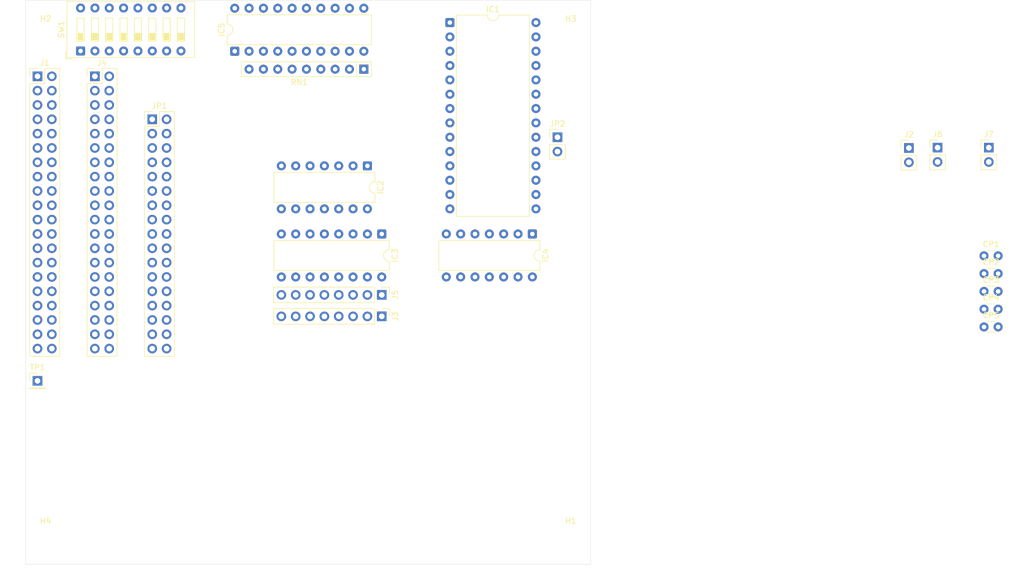
<source format=kicad_pcb>
(kicad_pcb (version 20241229) (generator "pcbnew") (generator_version "9.0")
  (layers (0 "F.Cu" signal) (2 "B.Cu" signal) (13 "F.Paste" user) (15 "B.Paste" user) (5 "F.SilkS" user "F.Silkscreen") (7 "B.SilkS" user "B.Silkscreen") (1 "F.Mask" user) (3 "B.Mask" user) (25 "Edge.Cuts" user))
  (net 0 "")
  (net 1 "VCC")
  (net 2 "GND")
  (net 3 "/D0")
  (net 4 "/A13")
  (net 5 "Net-(IC1-~{CS})")
  (net 6 "/~{RD}")
  (net 7 "/D4")
  (net 8 "/D6")
  (net 9 "/A5")
  (net 10 "/A10")
  (net 11 "/D5")
  (net 12 "/A1")
  (net 13 "/~{WR}")
  (net 14 "/A2")
  (net 15 "/D3")
  (net 16 "/A9")
  (net 17 "/D2")
  (net 18 "/A11")
  (net 19 "/D7")
  (net 20 "/A8")
  (net 21 "/A14")
  (net 22 "/D1")
  (net 23 "/A4")
  (net 24 "/A3")
  (net 25 "/A0")
  (net 26 "/A7")
  (net 27 "/A6")
  (net 28 "/A12")
  (net 29 "/A15")
  (net 30 "Net-(IC3-~{E1})")
  (net 31 "Net-(IC3-~{Y6})")
  (net 32 "Net-(IC3-~{Y2})")
  (net 33 "Net-(IC3-~{Y4})")
  (net 34 "Net-(IC3-~{Y5})")
  (net 35 "/~{IO_S0}")
  (net 36 "Net-(IC3-~{Y7})")
  (net 37 "Net-(IC3-~{Y3})")
  (net 38 "/~{IO_S1}")
  (net 39 "Net-(J6-Pin_1)")
  (net 40 "Net-(J2-Pin_1)")
  (net 41 "Net-(IC5-G2)")
  (net 42 "Net-(J7-Pin_1)")
  (net 43 "Net-(IC5-A2)")
  (net 44 "Net-(IC5-A0)")
  (net 45 "Net-(IC5-A3)")
  (net 46 "Net-(IC5-A7)")
  (net 47 "Net-(IC5-A4)")
  (net 48 "Net-(IC5-A5)")
  (net 49 "Net-(IC5-A6)")
  (net 50 "Net-(IC5-A1)")
  (net 51 "/AD13")
  (net 52 "/AD0")
  (net 53 "/AD10")
  (net 54 "/AD5")
  (net 55 "/AD15")
  (net 56 "/~{IRQ}")
  (net 57 "/AD11")
  (net 58 "/AD4")
  (net 59 "/AD14")
  (net 60 "/AD8")
  (net 61 "/AD12")
  (net 62 "/AD2")
  (net 63 "/AD7")
  (net 64 "/AD1")
  (net 65 "~{RESET}")
  (net 66 "CLK2")
  (net 67 "/AD9")
  (net 68 "/AD6")
  (net 69 "/AD3")
  (footprint "Connector_PinHeader_2.54mm:PinHeader_2x17_P2.54mm_Vertical" (layer "F.Cu") (at 72.39 71.12)
    (property "Reference" "JP1" (at 1.27 -2.38 0) (layer "F.SilkS"))
    (property "Value" "Conn_02x17_Counter_Clockwise")
    (fp_line (start -1.38 -1.38) (end 0 -1.38) (stroke (width 0.12)) (layer "F.SilkS"))
    (fp_line (start -1.38 0) (end -1.38 -1.38) (stroke (width 0.12)) (layer "F.SilkS"))
    (fp_line (start -1.38 1.27) (end -1.38 42.02) (stroke (width 0.12)) (layer "F.SilkS"))
    (fp_line (start -1.38 1.27) (end 1.27 1.27) (stroke (width 0.12)) (layer "F.SilkS"))
    (fp_line (start -1.38 42.02) (end 3.92 42.02) (stroke (width 0.12)) (layer "F.SilkS"))
    (fp_line (start 1.27 -1.38) (end 3.92 -1.38) (stroke (width 0.12)) (layer "F.SilkS"))
    (fp_line (start 1.27 1.27) (end 1.27 -1.38) (stroke (width 0.12)) (layer "F.SilkS"))
    (fp_line (start 3.92 -1.38) (end 3.92 42.02) (stroke (width 0.12)) (layer "F.SilkS"))
    (pad "1" thru_hole rect (at 0 0) (size 1.7 1.7) (drill 1) (layers "*.Cu" "*.Mask") (net 52 "/AD0"))
    (pad "2" thru_hole circle (at 2.54 0) (size 1.7 1.7) (drill 1) (layers "*.Cu" "*.Mask") (net 25 "/A0"))
    (pad "3" thru_hole circle (at 0 2.54) (size 1.7 1.7) (drill 1) (layers "*.Cu" "*.Mask") (net 64 "/AD1"))
    (pad "4" thru_hole circle (at 2.54 2.54) (size 1.7 1.7) (drill 1) (layers "*.Cu" "*.Mask") (net 12 "/A1"))
    (pad "5" thru_hole circle (at 0 5.08) (size 1.7 1.7) (drill 1) (layers "*.Cu" "*.Mask") (net 62 "/AD2"))
    (pad "6" thru_hole circle (at 2.54 5.08) (size 1.7 1.7) (drill 1) (layers "*.Cu" "*.Mask") (net 14 "/A2"))
    (pad "7" thru_hole circle (at 0 7.62) (size 1.7 1.7) (drill 1) (layers "*.Cu" "*.Mask") (net 69 "/AD3"))
    (pad "8" thru_hole circle (at 2.54 7.62) (size 1.7 1.7) (drill 1) (layers "*.Cu" "*.Mask") (net 24 "/A3"))
    (pad "9" thru_hole circle (at 0 10.16) (size 1.7 1.7) (drill 1) (layers "*.Cu" "*.Mask") (net 2 "GND"))
    (pad "10" thru_hole circle (at 2.54 10.16) (size 1.7 1.7) (drill 1) (layers "*.Cu" "*.Mask") (net 1 "VCC"))
    (pad "11" thru_hole circle (at 0 12.7) (size 1.7 1.7) (drill 1) (layers "*.Cu" "*.Mask") (net 58 "/AD4"))
    (pad "12" thru_hole circle (at 2.54 12.7) (size 1.7 1.7) (drill 1) (layers "*.Cu" "*.Mask") (net 23 "/A4"))
    (pad "13" thru_hole circle (at 0 15.24) (size 1.7 1.7) (drill 1) (layers "*.Cu" "*.Mask") (net 54 "/AD5"))
    (pad "14" thru_hole circle (at 2.54 15.24) (size 1.7 1.7) (drill 1) (layers "*.Cu" "*.Mask") (net 9 "/A5"))
    (pad "15" thru_hole circle (at 0 17.78) (size 1.7 1.7) (drill 1) (layers "*.Cu" "*.Mask") (net 68 "/AD6"))
    (pad "16" thru_hole circle (at 2.54 17.78) (size 1.7 1.7) (drill 1) (layers "*.Cu" "*.Mask") (net 27 "/A6"))
    (pad "17" thru_hole circle (at 0 20.32) (size 1.7 1.7) (drill 1) (layers "*.Cu" "*.Mask") (net 63 "/AD7"))
    (pad "18" thru_hole circle (at 2.54 20.32) (size 1.7 1.7) (drill 1) (layers "*.Cu" "*.Mask") (net 26 "/A7"))
    (pad "19" thru_hole circle (at 0 22.86) (size 1.7 1.7) (drill 1) (layers "*.Cu" "*.Mask") (net 60 "/AD8"))
    (pad "20" thru_hole circle (at 2.54 22.86) (size 1.7 1.7) (drill 1) (layers "*.Cu" "*.Mask") (net 20 "/A8"))
    (pad "21" thru_hole circle (at 0 25.4) (size 1.7 1.7) (drill 1) (layers "*.Cu" "*.Mask") (net 67 "/AD9"))
    (pad "22" thru_hole circle (at 2.54 25.4) (size 1.7 1.7) (drill 1) (layers "*.Cu" "*.Mask") (net 16 "/A9"))
    (pad "23" thru_hole circle (at 0 27.94) (size 1.7 1.7) (drill 1) (layers "*.Cu" "*.Mask") (net 53 "/AD10"))
    (pad "24" thru_hole circle (at 2.54 27.94) (size 1.7 1.7) (drill 1) (layers "*.Cu" "*.Mask") (net 10 "/A10"))
    (pad "25" thru_hole circle (at 0 30.48) (size 1.7 1.7) (drill 1) (layers "*.Cu" "*.Mask") (net 57 "/AD11"))
    (pad "26" thru_hole circle (at 2.54 30.48) (size 1.7 1.7) (drill 1) (layers "*.Cu" "*.Mask") (net 18 "/A11"))
    (pad "27" thru_hole circle (at 0 33.02) (size 1.7 1.7) (drill 1) (layers "*.Cu" "*.Mask") (net 61 "/AD12"))
    (pad "28" thru_hole circle (at 2.54 33.02) (size 1.7 1.7) (drill 1) (layers "*.Cu" "*.Mask") (net 28 "/A12"))
    (pad "29" thru_hole circle (at 0 35.56) (size 1.7 1.7) (drill 1) (layers "*.Cu" "*.Mask") (net 51 "/AD13"))
    (pad "30" thru_hole circle (at 2.54 35.56) (size 1.7 1.7) (drill 1) (layers "*.Cu" "*.Mask") (net 4 "/A13"))
    (pad "31" thru_hole circle (at 0 38.1) (size 1.7 1.7) (drill 1) (layers "*.Cu" "*.Mask") (net 59 "/AD14"))
    (pad "32" thru_hole circle (at 2.54 38.1) (size 1.7 1.7) (drill 1) (layers "*.Cu" "*.Mask") (net 21 "/A14"))
    (pad "33" thru_hole circle (at 0 40.64) (size 1.7 1.7) (drill 1) (layers "*.Cu" "*.Mask") (net 55 "/AD15"))
    (pad "34" thru_hole circle (at 2.54 40.64) (size 1.7 1.7) (drill 1) (layers "*.Cu" "*.Mask") (net 29 "/A15"))
  )
  (footprint "Capacitor_THT:C_Disc_D3.0mm_W1.6mm_P2.50mm" (layer "F.Cu") (at 219.68 95.32)
    (property "Reference" "CP1" (at 1.25 -2.05 0) (layer "F.SilkS"))
    (property "Value" "0.1u")
    (fp_line (start 0.485 -0.92) (end 2.015 -0.92) (stroke (width 0.12)) (layer "F.SilkS"))
    (fp_line (start 0.485 0.92) (end 2.015 0.92) (stroke (width 0.12)) (layer "F.SilkS"))
    (pad "1" thru_hole circle (at 0 0) (size 1.6 1.6) (drill 0.8) (layers "*.Cu" "*.Mask") (net 1 "VCC"))
    (pad "2" thru_hole circle (at 2.5 0) (size 1.6 1.6) (drill 0.8) (layers "*.Cu" "*.Mask") (net 2 "GND"))
  )
  (footprint "MountingHole:MountingHole_3.2mm_M3" (layer "F.Cu") (at 53.5 57.5)
    (property "Reference" "H2" (at 0 -4.2 0) (layer "F.SilkS"))
    (property "Value" "MountingHole")
    (pad "" np_thru_hole circle (at 0 0) (size 3.2 3.2) (drill 3.2) (layers "*.Cu" "*.Mask"))
  )
  (footprint "MountingHole:MountingHole_3.2mm_M3" (layer "F.Cu") (at 146.5 57.5)
    (property "Reference" "H3" (at 0 -4.2 0) (layer "F.SilkS"))
    (property "Value" "MountingHole")
    (pad "" np_thru_hole circle (at 0 0) (size 3.2 3.2) (drill 3.2) (layers "*.Cu" "*.Mask"))
  )
  (footprint "Capacitor_THT:C_Disc_D3.0mm_W1.6mm_P2.50mm" (layer "F.Cu") (at 219.68 98.47)
    (property "Reference" "CP2" (at 1.25 -2.05 0) (layer "F.SilkS"))
    (property "Value" "0.1u")
    (fp_line (start 0.485 -0.92) (end 2.015 -0.92) (stroke (width 0.12)) (layer "F.SilkS"))
    (fp_line (start 0.485 0.92) (end 2.015 0.92) (stroke (width 0.12)) (layer "F.SilkS"))
    (pad "1" thru_hole circle (at 0 0) (size 1.6 1.6) (drill 0.8) (layers "*.Cu" "*.Mask") (net 1 "VCC"))
    (pad "2" thru_hole circle (at 2.5 0) (size 1.6 1.6) (drill 0.8) (layers "*.Cu" "*.Mask") (net 2 "GND"))
  )
  (footprint "Connector_PinHeader_2.54mm:PinHeader_1x02_P2.54mm_Vertical" (layer "F.Cu") (at 220.53 76.14)
    (property "Reference" "J7" (at 0 -2.38 0) (layer "F.SilkS"))
    (property "Value" "Conn_01x02_Pin")
    (fp_line (start -1.38 -1.38) (end 0 -1.38) (stroke (width 0.12)) (layer "F.SilkS"))
    (fp_line (start -1.38 0) (end -1.38 -1.38) (stroke (width 0.12)) (layer "F.SilkS"))
    (fp_line (start -1.38 1.27) (end -1.38 3.92) (stroke (width 0.12)) (layer "F.SilkS"))
    (fp_line (start -1.38 1.27) (end 1.38 1.27) (stroke (width 0.12)) (layer "F.SilkS"))
    (fp_line (start -1.38 3.92) (end 1.38 3.92) (stroke (width 0.12)) (layer "F.SilkS"))
    (fp_line (start 1.38 1.27) (end 1.38 3.92) (stroke (width 0.12)) (layer "F.SilkS"))
    (pad "1" thru_hole rect (at 0 0) (size 1.7 1.7) (drill 1) (layers "*.Cu" "*.Mask") (net 42 "Net-(J7-Pin_1)"))
    (pad "2" thru_hole circle (at 0 2.54) (size 1.7 1.7) (drill 1) (layers "*.Cu" "*.Mask") (net 42 "Net-(J7-Pin_1)"))
  )
  (footprint "Package_DIP:DIP-14_W7.62mm" (layer "F.Cu") (at 110.49 79.375 -90)
    (property "Reference" "IC2" (at 3.81 -2.33 90) (layer "F.SilkS"))
    (property "Value" "74HC30")
    (fp_line (start 1.16 16.57) (end 6.46 16.57) (stroke (width 0.12)) (layer "F.SilkS"))
    (fp_line (start 6.46 16.57) (end 6.46 -1.33) (stroke (width 0.12)) (layer "F.SilkS"))
    (fp_line (start 1.16 -1.33) (end 1.16 16.57) (stroke (width 0.12)) (layer "F.SilkS"))
    (fp_line (start 2.81 -1.33) (end 1.16 -1.33) (stroke (width 0.12)) (layer "F.SilkS"))
    (fp_line (start 6.46 -1.33) (end 4.81 -1.33) (stroke (width 0.12)) (layer "F.SilkS"))
    (fp_arc (start 4.81 -1.33) (mid 3.81 -0.33) (end 2.81 -1.33) (stroke (width 0.12)) (layer "F.SilkS"))
    (pad "1" thru_hole roundrect (at 0 0 270) (size 1.6 1.6) (drill 0.8) (layers "*.Cu" "*.Mask") (roundrect_rratio 0.15625) (net 29 "/A15"))
    (pad "2" thru_hole circle (at 0 2.54 270) (size 1.6 1.6) (drill 0.8) (layers "*.Cu" "*.Mask") (net 21 "/A14"))
    (pad "3" thru_hole circle (at 0 5.08 270) (size 1.6 1.6) (drill 0.8) (layers "*.Cu" "*.Mask") (net 4 "/A13"))
    (pad "4" thru_hole circle (at 0 7.62 270) (size 1.6 1.6) (drill 0.8) (layers "*.Cu" "*.Mask") (net 28 "/A12"))
    (pad "5" thru_hole circle (at 0 10.16 270) (size 1.6 1.6) (drill 0.8) (layers "*.Cu" "*.Mask") (net 18 "/A11"))
    (pad "6" thru_hole circle (at 0 12.7 270) (size 1.6 1.6) (drill 0.8) (layers "*.Cu" "*.Mask") (net 10 "/A10"))
    (pad "7" thru_hole circle (at 0 15.24 270) (size 1.6 1.6) (drill 0.8) (layers "*.Cu" "*.Mask") (net 2 "GND"))
    (pad "8" thru_hole circle (at 7.62 15.24 270) (size 1.6 1.6) (drill 0.8) (layers "*.Cu" "*.Mask") (net 30 "Net-(IC3-~{E1})"))
    (pad "9" thru_hole circle (at 7.62 12.7 270) (size 1.6 1.6) (drill 0.8) (layers "*.Cu" "*.Mask"))
    (pad "10" thru_hole circle (at 7.62 10.16 270) (size 1.6 1.6) (drill 0.8) (layers "*.Cu" "*.Mask"))
    (pad "11" thru_hole circle (at 7.62 7.62 270) (size 1.6 1.6) (drill 0.8) (layers "*.Cu" "*.Mask") (net 16 "/A9"))
    (pad "12" thru_hole circle (at 7.62 5.08 270) (size 1.6 1.6) (drill 0.8) (layers "*.Cu" "*.Mask") (net 20 "/A8"))
    (pad "13" thru_hole circle (at 7.62 2.54 270) (size 1.6 1.6) (drill 0.8) (layers "*.Cu" "*.Mask"))
    (pad "14" thru_hole circle (at 7.62 0 270) (size 1.6 1.6) (drill 0.8) (layers "*.Cu" "*.Mask") (net 1 "VCC"))
  )
  (footprint "Connector_PinHeader_2.54mm:PinHeader_1x01_P2.54mm_Vertical" (layer "F.Cu") (at 52.07 117.475)
    (property "Reference" "TP1" (at 0 -2.38 0) (layer "F.SilkS"))
    (property "Value" "~{IRQ}")
    (fp_line (start -1.38 -1.38) (end 0 -1.38) (stroke (width 0.12)) (layer "F.SilkS"))
    (fp_line (start -1.38 0) (end -1.38 -1.38) (stroke (width 0.12)) (layer "F.SilkS"))
    (fp_line (start -1.38 1.27) (end -1.38 1.38) (stroke (width 0.12)) (layer "F.SilkS"))
    (fp_line (start -1.38 1.27) (end 1.38 1.27) (stroke (width 0.12)) (layer "F.SilkS"))
    (fp_line (start -1.38 1.38) (end 1.38 1.38) (stroke (width 0.12)) (layer "F.SilkS"))
    (fp_line (start 1.38 1.27) (end 1.38 1.38) (stroke (width 0.12)) (layer "F.SilkS"))
    (pad "1" thru_hole rect (at 0 0) (size 1.7 1.7) (drill 1) (layers "*.Cu" "*.Mask") (net 56 "/~{IRQ}"))
  )
  (footprint "Package_DIP:DIP-28_W15.24mm" (layer "F.Cu") (at 125.095 53.975)
    (property "Reference" "IC1" (at 7.62 -2.33 0) (layer "F.SilkS"))
    (property "Value" "HM62256BLP")
    (fp_line (start 1.16 -1.33) (end 1.16 34.35) (stroke (width 0.12)) (layer "F.SilkS"))
    (fp_line (start 1.16 34.35) (end 14.08 34.35) (stroke (width 0.12)) (layer "F.SilkS"))
    (fp_line (start 6.62 -1.33) (end 1.16 -1.33) (stroke (width 0.12)) (layer "F.SilkS"))
    (fp_line (start 14.08 -1.33) (end 8.62 -1.33) (stroke (width 0.12)) (layer "F.SilkS"))
    (fp_line (start 14.08 34.35) (end 14.08 -1.33) (stroke (width 0.12)) (layer "F.SilkS"))
    (fp_arc (start 8.62 -1.33) (mid 7.62 -0.33) (end 6.62 -1.33) (stroke (width 0.12)) (layer "F.SilkS"))
    (pad "1" thru_hole roundrect (at 0 0) (size 1.6 1.6) (drill 0.8) (layers "*.Cu" "*.Mask") (roundrect_rratio 0.15625) (net 21 "/A14"))
    (pad "2" thru_hole circle (at 0 2.54) (size 1.6 1.6) (drill 0.8) (layers "*.Cu" "*.Mask") (net 28 "/A12"))
    (pad "3" thru_hole circle (at 0 5.08) (size 1.6 1.6) (drill 0.8) (layers "*.Cu" "*.Mask") (net 26 "/A7"))
    (pad "4" thru_hole circle (at 0 7.62) (size 1.6 1.6) (drill 0.8) (layers "*.Cu" "*.Mask") (net 27 "/A6"))
    (pad "5" thru_hole circle (at 0 10.16) (size 1.6 1.6) (drill 0.8) (layers "*.Cu" "*.Mask") (net 9 "/A5"))
    (pad "6" thru_hole circle (at 0 12.7) (size 1.6 1.6) (drill 0.8) (layers "*.Cu" "*.Mask") (net 23 "/A4"))
    (pad "7" thru_hole circle (at 0 15.24) (size 1.6 1.6) (drill 0.8) (layers "*.Cu" "*.Mask") (net 24 "/A3"))
    (pad "8" thru_hole circle (at 0 17.78) (size 1.6 1.6) (drill 0.8) (layers "*.Cu" "*.Mask") (net 14 "/A2"))
    (pad "9" thru_hole circle (at 0 20.32) (size 1.6 1.6) (drill 0.8) (layers "*.Cu" "*.Mask") (net 12 "/A1"))
    (pad "10" thru_hole circle (at 0 22.86) (size 1.6 1.6) (drill 0.8) (layers "*.Cu" "*.Mask") (net 25 "/A0"))
    (pad "11" thru_hole circle (at 0 25.4) (size 1.6 1.6) (drill 0.8) (layers "*.Cu" "*.Mask") (net 3 "/D0"))
    (pad "12" thru_hole circle (at 0 27.94) (size 1.6 1.6) (drill 0.8) (layers "*.Cu" "*.Mask") (net 22 "/D1"))
    (pad "13" thru_hole circle (at 0 30.48) (size 1.6 1.6) (drill 0.8) (layers "*.Cu" "*.Mask") (net 17 "/D2"))
    (pad "14" thru_hole circle (at 0 33.02) (size 1.6 1.6) (drill 0.8) (layers "*.Cu" "*.Mask") (net 2 "GND"))
    (pad "15" thru_hole circle (at 15.24 33.02) (size 1.6 1.6) (drill 0.8) (layers "*.Cu" "*.Mask") (net 15 "/D3"))
    (pad "16" thru_hole circle (at 15.24 30.48) (size 1.6 1.6) (drill 0.8) (layers "*.Cu" "*.Mask") (net 7 "/D4"))
    (pad "17" thru_hole circle (at 15.24 27.94) (size 1.6 1.6) (drill 0.8) (layers "*.Cu" "*.Mask") (net 11 "/D5"))
    (pad "18" thru_hole circle (at 15.24 25.4) (size 1.6 1.6) (drill 0.8) (layers "*.Cu" "*.Mask") (net 8 "/D6"))
    (pad "19" thru_hole circle (at 15.24 22.86) (size 1.6 1.6) (drill 0.8) (layers "*.Cu" "*.Mask") (net 19 "/D7"))
    (pad "20" thru_hole circle (at 15.24 20.32) (size 1.6 1.6) (drill 0.8) (layers "*.Cu" "*.Mask") (net 5 "Net-(IC1-~{CS})"))
    (pad "21" thru_hole circle (at 15.24 17.78) (size 1.6 1.6) (drill 0.8) (layers "*.Cu" "*.Mask") (net 10 "/A10"))
    (pad "22" thru_hole circle (at 15.24 15.24) (size 1.6 1.6) (drill 0.8) (layers "*.Cu" "*.Mask") (net 6 "/~{RD}"))
    (pad "23" thru_hole circle (at 15.24 12.7) (size 1.6 1.6) (drill 0.8) (layers "*.Cu" "*.Mask") (net 18 "/A11"))
    (pad "24" thru_hole circle (at 15.24 10.16) (size 1.6 1.6) (drill 0.8) (layers "*.Cu" "*.Mask") (net 16 "/A9"))
    (pad "25" thru_hole circle (at 15.24 7.62) (size 1.6 1.6) (drill 0.8) (layers "*.Cu" "*.Mask") (net 20 "/A8"))
    (pad "26" thru_hole circle (at 15.24 5.08) (size 1.6 1.6) (drill 0.8) (layers "*.Cu" "*.Mask") (net 4 "/A13"))
    (pad "27" thru_hole circle (at 15.24 2.54) (size 1.6 1.6) (drill 0.8) (layers "*.Cu" "*.Mask") (net 13 "/~{WR}"))
    (pad "28" thru_hole circle (at 15.24 0) (size 1.6 1.6) (drill 0.8) (layers "*.Cu" "*.Mask") (net 1 "VCC"))
  )
  (footprint "Package_DIP:DIP-20_W7.62mm" (layer "F.Cu") (at 86.995 59.055 90)
    (property "Reference" "IC5" (at 3.81 -2.33 90) (layer "F.SilkS"))
    (property "Value" "74HC541")
    (fp_line (start 6.46 -1.33) (end 4.81 -1.33) (stroke (width 0.12)) (layer "F.SilkS"))
    (fp_line (start 2.81 -1.33) (end 1.16 -1.33) (stroke (width 0.12)) (layer "F.SilkS"))
    (fp_line (start 1.16 -1.33) (end 1.16 24.19) (stroke (width 0.12)) (layer "F.SilkS"))
    (fp_line (start 6.46 24.19) (end 6.46 -1.33) (stroke (width 0.12)) (layer "F.SilkS"))
    (fp_line (start 1.16 24.19) (end 6.46 24.19) (stroke (width 0.12)) (layer "F.SilkS"))
    (fp_arc (start 4.81 -1.33) (mid 3.81 -0.33) (end 2.81 -1.33) (stroke (width 0.12)) (layer "F.SilkS"))
    (pad "1" thru_hole roundrect (at 0 0 90) (size 1.6 1.6) (drill 0.8) (layers "*.Cu" "*.Mask") (roundrect_rratio 0.15625) (net 1 "VCC"))
    (pad "2" thru_hole circle (at 0 2.54 90) (size 1.6 1.6) (drill 0.8) (layers "*.Cu" "*.Mask") (net 44 "Net-(IC5-A0)"))
    (pad "3" thru_hole circle (at 0 5.08 90) (size 1.6 1.6) (drill 0.8) (layers "*.Cu" "*.Mask") (net 50 "Net-(IC5-A1)"))
    (pad "4" thru_hole circle (at 0 7.62 90) (size 1.6 1.6) (drill 0.8) (layers "*.Cu" "*.Mask") (net 43 "Net-(IC5-A2)"))
    (pad "5" thru_hole circle (at 0 10.16 90) (size 1.6 1.6) (drill 0.8) (layers "*.Cu" "*.Mask") (net 45 "Net-(IC5-A3)"))
    (pad "6" thru_hole circle (at 0 12.7 90) (size 1.6 1.6) (drill 0.8) (layers "*.Cu" "*.Mask") (net 47 "Net-(IC5-A4)"))
    (pad "7" thru_hole circle (at 0 15.24 90) (size 1.6 1.6) (drill 0.8) (layers "*.Cu" "*.Mask") (net 48 "Net-(IC5-A5)"))
    (pad "8" thru_hole circle (at 0 17.78 90) (size 1.6 1.6) (drill 0.8) (layers "*.Cu" "*.Mask") (net 49 "Net-(IC5-A6)"))
    (pad "9" thru_hole circle (at 0 20.32 90) (size 1.6 1.6) (drill 0.8) (layers "*.Cu" "*.Mask") (net 46 "Net-(IC5-A7)"))
    (pad "10" thru_hole circle (at 0 22.86 90) (size 1.6 1.6) (drill 0.8) (layers "*.Cu" "*.Mask") (net 2 "GND"))
    (pad "11" thru_hole circle (at 7.62 22.86 90) (size 1.6 1.6) (drill 0.8) (layers "*.Cu" "*.Mask") (net 19 "/D7"))
    (pad "12" thru_hole circle (at 7.62 20.32 90) (size 1.6 1.6) (drill 0.8) (layers "*.Cu" "*.Mask") (net 8 "/D6"))
    (pad "13" thru_hole circle (at 7.62 17.78 90) (size 1.6 1.6) (drill 0.8) (layers "*.Cu" "*.Mask") (net 11 "/D5"))
    (pad "14" thru_hole circle (at 7.62 15.24 90) (size 1.6 1.6) (drill 0.8) (layers "*.Cu" "*.Mask") (net 7 "/D4"))
    (pad "15" thru_hole circle (at 7.62 12.7 90) (size 1.6 1.6) (drill 0.8) (layers "*.Cu" "*.Mask") (net 15 "/D3"))
    (pad "16" thru_hole circle (at 7.62 10.16 90) (size 1.6 1.6) (drill 0.8) (layers "*.Cu" "*.Mask") (net 17 "/D2"))
    (pad "17" thru_hole circle (at 7.62 7.62 90) (size 1.6 1.6) (drill 0.8) (layers "*.Cu" "*.Mask") (net 22 "/D1"))
    (pad "18" thru_hole circle (at 7.62 5.08 90) (size 1.6 1.6) (drill 0.8) (layers "*.Cu" "*.Mask") (net 3 "/D0"))
    (pad "19" thru_hole circle (at 7.62 2.54 90) (size 1.6 1.6) (drill 0.8) (layers "*.Cu" "*.Mask") (net 41 "Net-(IC5-G2)"))
    (pad "20" thru_hole circle (at 7.62 0 90) (size 1.6 1.6) (drill 0.8) (layers "*.Cu" "*.Mask") (net 1 "VCC"))
  )
  (footprint "Resistor_THT:R_Array_SIP9" (layer "F.Cu") (at 109.855 62.235 180)
    (property "Reference" "RN1" (at 11.43 -2.31 0) (layer "F.SilkS"))
    (property "Value" "10k")
    (fp_line (start 21.67 1.31) (end 21.67 -1.31) (stroke (width 0.12)) (layer "F.SilkS"))
    (fp_line (start 21.67 -1.31) (end -1.35 -1.31) (stroke (width 0.12)) (layer "F.SilkS"))
    (fp_line (start 1.27 -1.31) (end 1.27 1.31) (stroke (width 0.12)) (layer "F.SilkS"))
    (fp_line (start -1.35 1.31) (end 21.67 1.31) (stroke (width 0.12)) (layer "F.SilkS"))
    (fp_line (start -1.35 -1.31) (end -1.35 1.31) (stroke (width 0.12)) (layer "F.SilkS"))
    (pad "1" thru_hole rect (at 0 0 180) (size 1.6 1.6) (drill 0.8) (layers "*.Cu" "*.Mask") (net 2 "GND"))
    (pad "2" thru_hole circle (at 2.54 0 180) (size 1.6 1.6) (drill 0.8) (layers "*.Cu" "*.Mask") (net 46 "Net-(IC5-A7)"))
    (pad "3" thru_hole circle (at 5.08 0 180) (size 1.6 1.6) (drill 0.8) (layers "*.Cu" "*.Mask") (net 49 "Net-(IC5-A6)"))
    (pad "4" thru_hole circle (at 7.62 0 180) (size 1.6 1.6) (drill 0.8) (layers "*.Cu" "*.Mask") (net 48 "Net-(IC5-A5)"))
    (pad "5" thru_hole circle (at 10.16 0 180) (size 1.6 1.6) (drill 0.8) (layers "*.Cu" "*.Mask") (net 47 "Net-(IC5-A4)"))
    (pad "6" thru_hole circle (at 12.7 0 180) (size 1.6 1.6) (drill 0.8) (layers "*.Cu" "*.Mask") (net 45 "Net-(IC5-A3)"))
    (pad "7" thru_hole circle (at 15.24 0 180) (size 1.6 1.6) (drill 0.8) (layers "*.Cu" "*.Mask") (net 43 "Net-(IC5-A2)"))
    (pad "8" thru_hole circle (at 17.78 0 180) (size 1.6 1.6) (drill 0.8) (layers "*.Cu" "*.Mask") (net 50 "Net-(IC5-A1)"))
    (pad "9" thru_hole circle (at 20.32 0 180) (size 1.6 1.6) (drill 0.8) (layers "*.Cu" "*.Mask") (net 44 "Net-(IC5-A0)"))
  )
  (footprint "Connector_PinHeader_2.54mm:PinHeader_1x02_P2.54mm_Vertical" (layer "F.Cu") (at 144.145 74.295)
    (property "Reference" "JP2" (at 0 -2.38 0) (layer "F.SilkS"))
    (property "Value" "Jumper_2_Bridged")
    (fp_line (start -1.38 -1.38) (end 0 -1.38) (stroke (width 0.12)) (layer "F.SilkS"))
    (fp_line (start -1.38 0) (end -1.38 -1.38) (stroke (width 0.12)) (layer "F.SilkS"))
    (fp_line (start -1.38 1.27) (end -1.38 3.92) (stroke (width 0.12)) (layer "F.SilkS"))
    (fp_line (start -1.38 1.27) (end 1.38 1.27) (stroke (width 0.12)) (layer "F.SilkS"))
    (fp_line (start -1.38 3.92) (end 1.38 3.92) (stroke (width 0.12)) (layer "F.SilkS"))
    (fp_line (start 1.38 1.27) (end 1.38 3.92) (stroke (width 0.12)) (layer "F.SilkS"))
    (pad "1" thru_hole rect (at 0 0) (size 1.7 1.7) (drill 1) (layers "*.Cu" "*.Mask") (net 5 "Net-(IC1-~{CS})"))
    (pad "2" thru_hole circle (at 0 2.54) (size 1.7 1.7) (drill 1) (layers "*.Cu" "*.Mask") (net 55 "/AD15"))
  )
  (footprint "Connector_PinHeader_2.54mm:PinHeader_1x08_P2.54mm_Vertical" (layer "F.Cu") (at 113.03 102.24 -90)
    (property "Reference" "J5" (at 0 -2.38 90) (layer "F.SilkS"))
    (property "Value" "Conn_01x08_Pin")
    (fp_line (start -1.38 19.16) (end 1.38 19.16) (stroke (width 0.12)) (layer "F.SilkS"))
    (fp_line (start -1.38 1.27) (end -1.38 19.16) (stroke (width 0.12)) (layer "F.SilkS"))
    (fp_line (start -1.38 1.27) (end 1.38 1.27) (stroke (width 0.12)) (layer "F.SilkS"))
    (fp_line (start 1.38 1.27) (end 1.38 19.16) (stroke (width 0.12)) (layer "F.SilkS"))
    (fp_line (start -1.38 0) (end -1.38 -1.38) (stroke (width 0.12)) (layer "F.SilkS"))
    (fp_line (start -1.38 -1.38) (end 0 -1.38) (stroke (width 0.12)) (layer "F.SilkS"))
    (pad "1" thru_hole rect (at 0 0 270) (size 1.7 1.7) (drill 1) (layers "*.Cu" "*.Mask") (net 35 "/~{IO_S0}"))
    (pad "2" thru_hole circle (at 0 2.54 270) (size 1.7 1.7) (drill 1) (layers "*.Cu" "*.Mask") (net 38 "/~{IO_S1}"))
    (pad "3" thru_hole circle (at 0 5.08 270) (size 1.7 1.7) (drill 1) (layers "*.Cu" "*.Mask") (net 32 "Net-(IC3-~{Y2})"))
    (pad "4" thru_hole circle (at 0 7.62 270) (size 1.7 1.7) (drill 1) (layers "*.Cu" "*.Mask") (net 37 "Net-(IC3-~{Y3})"))
    (pad "5" thru_hole circle (at 0 10.16 270) (size 1.7 1.7) (drill 1) (layers "*.Cu" "*.Mask") (net 33 "Net-(IC3-~{Y4})"))
    (pad "6" thru_hole circle (at 0 12.7 270) (size 1.7 1.7) (drill 1) (layers "*.Cu" "*.Mask") (net 34 "Net-(IC3-~{Y5})"))
    (pad "7" thru_hole circle (at 0 15.24 270) (size 1.7 1.7) (drill 1) (layers "*.Cu" "*.Mask") (net 31 "Net-(IC3-~{Y6})"))
    (pad "8" thru_hole circle (at 0 17.78 270) (size 1.7 1.7) (drill 1) (layers "*.Cu" "*.Mask") (net 36 "Net-(IC3-~{Y7})"))
  )
  (footprint "Package_DIP:DIP-16_W7.62mm" (layer "F.Cu") (at 113.03 91.445 -90)
    (property "Reference" "IC3" (at 3.81 -2.33 90) (layer "F.SilkS"))
    (property "Value" "74HC138")
    (fp_line (start 1.16 19.11) (end 6.46 19.11) (stroke (width 0.12)) (layer "F.SilkS"))
    (fp_line (start 6.46 19.11) (end 6.46 -1.33) (stroke (width 0.12)) (layer "F.SilkS"))
    (fp_line (start 1.16 -1.33) (end 1.16 19.11) (stroke (width 0.12)) (layer "F.SilkS"))
    (fp_line (start 2.81 -1.33) (end 1.16 -1.33) (stroke (width 0.12)) (layer "F.SilkS"))
    (fp_line (start 6.46 -1.33) (end 4.81 -1.33) (stroke (width 0.12)) (layer "F.SilkS"))
    (fp_arc (start 4.81 -1.33) (mid 3.81 -0.33) (end 2.81 -1.33) (stroke (width 0.12)) (layer "F.SilkS"))
    (pad "1" thru_hole roundrect (at 0 0 270) (size 1.6 1.6) (drill 0.8) (layers "*.Cu" "*.Mask") (roundrect_rratio 0.15625) (net 23 "/A4"))
    (pad "2" thru_hole circle (at 0 2.54 270) (size 1.6 1.6) (drill 0.8) (layers "*.Cu" "*.Mask") (net 9 "/A5"))
    (pad "3" thru_hole circle (at 0 5.08 270) (size 1.6 1.6) (drill 0.8) (layers "*.Cu" "*.Mask") (net 27 "/A6"))
    (pad "4" thru_hole circle (at 0 7.62 270) (size 1.6 1.6) (drill 0.8) (layers "*.Cu" "*.Mask") (net 26 "/A7"))
    (pad "5" thru_hole circle (at 0 10.16 270) (size 1.6 1.6) (drill 0.8) (layers "*.Cu" "*.Mask") (net 30 "Net-(IC3-~{E1})"))
    (pad "6" thru_hole circle (at 0 12.7 270) (size 1.6 1.6) (drill 0.8) (layers "*.Cu" "*.Mask") (net 1 "VCC"))
    (pad "7" thru_hole circle (at 0 15.24 270) (size 1.6 1.6) (drill 0.8) (layers "*.Cu" "*.Mask") (net 36 "Net-(IC3-~{Y7})"))
    (pad "8" thru_hole circle (at 0 17.78 270) (size 1.6 1.6) (drill 0.8) (layers "*.Cu" "*.Mask") (net 2 "GND"))
    (pad "9" thru_hole circle (at 7.62 17.78 270) (size 1.6 1.6) (drill 0.8) (layers "*.Cu" "*.Mask") (net 31 "Net-(IC3-~{Y6})"))
    (pad "10" thru_hole circle (at 7.62 15.24 270) (size 1.6 1.6) (drill 0.8) (layers "*.Cu" "*.Mask") (net 34 "Net-(IC3-~{Y5})"))
    (pad "11" thru_hole circle (at 7.62 12.7 270) (size 1.6 1.6) (drill 0.8) (layers "*.Cu" "*.Mask") (net 33 "Net-(IC3-~{Y4})"))
    (pad "12" thru_hole circle (at 7.62 10.16 270) (size 1.6 1.6) (drill 0.8) (layers "*.Cu" "*.Mask") (net 37 "Net-(IC3-~{Y3})"))
    (pad "13" thru_hole circle (at 7.62 7.62 270) (size 1.6 1.6) (drill 0.8) (layers "*.Cu" "*.Mask") (net 32 "Net-(IC3-~{Y2})"))
    (pad "14" thru_hole circle (at 7.62 5.08 270) (size 1.6 1.6) (drill 0.8) (layers "*.Cu" "*.Mask") (net 38 "/~{IO_S1}"))
    (pad "15" thru_hole circle (at 7.62 2.54 270) (size 1.6 1.6) (drill 0.8) (layers "*.Cu" "*.Mask") (net 35 "/~{IO_S0}"))
    (pad "16" thru_hole circle (at 7.62 0 270) (size 1.6 1.6) (drill 0.8) (layers "*.Cu" "*.Mask") (net 1 "VCC"))
  )
  (footprint "Capacitor_THT:C_Disc_D3.0mm_W1.6mm_P2.50mm" (layer "F.Cu") (at 219.68 101.62)
    (property "Reference" "CP3" (at 1.25 -2.05 0) (layer "F.SilkS"))
    (property "Value" "0.1u")
    (fp_line (start 0.485 -0.92) (end 2.015 -0.92) (stroke (width 0.12)) (layer "F.SilkS"))
    (fp_line (start 0.485 0.92) (end 2.015 0.92) (stroke (width 0.12)) (layer "F.SilkS"))
    (pad "1" thru_hole circle (at 0 0) (size 1.6 1.6) (drill 0.8) (layers "*.Cu" "*.Mask") (net 1 "VCC"))
    (pad "2" thru_hole circle (at 2.5 0) (size 1.6 1.6) (drill 0.8) (layers "*.Cu" "*.Mask") (net 2 "GND"))
  )
  (footprint "Connector_PinHeader_2.54mm:PinHeader_1x02_P2.54mm_Vertical" (layer "F.Cu") (at 206.375 76.2)
    (property "Reference" "J2" (at 0 -2.38 0) (layer "F.SilkS"))
    (property "Value" "Conn_01x02_Pin")
    (fp_line (start -1.38 -1.38) (end 0 -1.38) (stroke (width 0.12)) (layer "F.SilkS"))
    (fp_line (start -1.38 0) (end -1.38 -1.38) (stroke (width 0.12)) (layer "F.SilkS"))
    (fp_line (start -1.38 1.27) (end -1.38 3.92) (stroke (width 0.12)) (layer "F.SilkS"))
    (fp_line (start -1.38 1.27) (end 1.38 1.27) (stroke (width 0.12)) (layer "F.SilkS"))
    (fp_line (start -1.38 3.92) (end 1.38 3.92) (stroke (width 0.12)) (layer "F.SilkS"))
    (fp_line (start 1.38 1.27) (end 1.38 3.92) (stroke (width 0.12)) (layer "F.SilkS"))
    (pad "1" thru_hole rect (at 0 0) (size 1.7 1.7) (drill 1) (layers "*.Cu" "*.Mask") (net 40 "Net-(J2-Pin_1)"))
    (pad "2" thru_hole circle (at 0 2.54) (size 1.7 1.7) (drill 1) (layers "*.Cu" "*.Mask") (net 40 "Net-(J2-Pin_1)"))
  )
  (footprint "Connector_PinHeader_2.54mm:PinHeader_1x08_P2.54mm_Vertical" (layer "F.Cu") (at 113.03 106.045 -90)
    (property "Reference" "J3" (at 0 -2.38 90) (layer "F.SilkS"))
    (property "Value" "Conn_01x08_Pin")
    (fp_line (start -1.38 19.16) (end 1.38 19.16) (stroke (width 0.12)) (layer "F.SilkS"))
    (fp_line (start -1.38 1.27) (end -1.38 19.16) (stroke (width 0.12)) (layer "F.SilkS"))
    (fp_line (start -1.38 1.27) (end 1.38 1.27) (stroke (width 0.12)) (layer "F.SilkS"))
    (fp_line (start 1.38 1.27) (end 1.38 19.16) (stroke (width 0.12)) (layer "F.SilkS"))
    (fp_line (start -1.38 0) (end -1.38 -1.38) (stroke (width 0.12)) (layer "F.SilkS"))
    (fp_line (start -1.38 -1.38) (end 0 -1.38) (stroke (width 0.12)) (layer "F.SilkS"))
    (pad "1" thru_hole rect (at 0 0 270) (size 1.7 1.7) (drill 1) (layers "*.Cu" "*.Mask") (net 35 "/~{IO_S0}"))
    (pad "2" thru_hole circle (at 0 2.54 270) (size 1.7 1.7) (drill 1) (layers "*.Cu" "*.Mask") (net 38 "/~{IO_S1}"))
    (pad "3" thru_hole circle (at 0 5.08 270) (size 1.7 1.7) (drill 1) (layers "*.Cu" "*.Mask") (net 32 "Net-(IC3-~{Y2})"))
    (pad "4" thru_hole circle (at 0 7.62 270) (size 1.7 1.7) (drill 1) (layers "*.Cu" "*.Mask") (net 37 "Net-(IC3-~{Y3})"))
    (pad "5" thru_hole circle (at 0 10.16 270) (size 1.7 1.7) (drill 1) (layers "*.Cu" "*.Mask") (net 33 "Net-(IC3-~{Y4})"))
    (pad "6" thru_hole circle (at 0 12.7 270) (size 1.7 1.7) (drill 1) (layers "*.Cu" "*.Mask") (net 34 "Net-(IC3-~{Y5})"))
    (pad "7" thru_hole circle (at 0 15.24 270) (size 1.7 1.7) (drill 1) (layers "*.Cu" "*.Mask") (net 31 "Net-(IC3-~{Y6})"))
    (pad "8" thru_hole circle (at 0 17.78 270) (size 1.7 1.7) (drill 1) (layers "*.Cu" "*.Mask") (net 36 "Net-(IC3-~{Y7})"))
  )
  (footprint "Connector_PinHeader_2.54mm:PinHeader_2x20_P2.54mm_Vertical" (layer "F.Cu") (at 62.23 63.5)
    (property "Reference" "J4" (at 1.27 -2.38 0) (layer "F.SilkS"))
    (property "Value" "Expantion_Connector")
    (fp_line (start -1.38 -1.38) (end 0 -1.38) (stroke (width 0.12)) (layer "F.SilkS"))
    (fp_line (start -1.38 0) (end -1.38 -1.38) (stroke (width 0.12)) (layer "F.SilkS"))
    (fp_line (start -1.38 1.27) (end -1.38 49.64) (stroke (width 0.12)) (layer "F.SilkS"))
    (fp_line (start -1.38 1.27) (end 1.27 1.27) (stroke (width 0.12)) (layer "F.SilkS"))
    (fp_line (start -1.38 49.64) (end 3.92 49.64) (stroke (width 0.12)) (layer "F.SilkS"))
    (fp_line (start 1.27 -1.38) (end 3.92 -1.38) (stroke (width 0.12)) (layer "F.SilkS"))
    (fp_line (start 1.27 1.27) (end 1.27 -1.38) (stroke (width 0.12)) (layer "F.SilkS"))
    (fp_line (start 3.92 -1.38) (end 3.92 49.64) (stroke (width 0.12)) (layer "F.SilkS"))
    (pad "1" thru_hole rect (at 0 0) (size 1.7 1.7) (drill 1) (layers "*.Cu" "*.Mask") (net 6 "/~{RD}"))
    (pad "2" thru_hole circle (at 2.54 0) (size 1.7 1.7) (drill 1) (layers "*.Cu" "*.Mask") (net 13 "/~{WR}"))
    (pad "3" thru_hole circle (at 0 2.54) (size 1.7 1.7) (drill 1) (layers "*.Cu" "*.Mask") (net 3 "/D0"))
    (pad "4" thru_hole circle (at 2.54 2.54) (size 1.7 1.7) (drill 1) (layers "*.Cu" "*.Mask") (net 22 "/D1"))
    (pad "5" thru_hole circle (at 0 5.08) (size 1.7 1.7) (drill 1) (layers "*.Cu" "*.Mask") (net 17 "/D2"))
    (pad "6" thru_hole circle (at 2.54 5.08) (size 1.7 1.7) (drill 1) (layers "*.Cu" "*.Mask") (net 15 "/D3"))
    (pad "7" thru_hole circle (at 0 7.62) (size 1.7 1.7) (drill 1) (layers "*.Cu" "*.Mask") (net 7 "/D4"))
    (pad "8" thru_hole circle (at 2.54 7.62) (size 1.7 1.7) (drill 1) (layers "*.Cu" "*.Mask") (net 11 "/D5"))
    (pad "9" thru_hole circle (at 0 10.16) (size 1.7 1.7) (drill 1) (layers "*.Cu" "*.Mask") (net 8 "/D6"))
    (pad "10" thru_hole circle (at 2.54 10.16) (size 1.7 1.7) (drill 1) (layers "*.Cu" "*.Mask") (net 19 "/D7"))
    (pad "11" thru_hole circle (at 0 12.7) (size 1.7 1.7) (drill 1) (layers "*.Cu" "*.Mask") (net 52 "/AD0"))
    (pad "12" thru_hole circle (at 2.54 12.7) (size 1.7 1.7) (drill 1) (layers "*.Cu" "*.Mask") (net 64 "/AD1"))
    (pad "13" thru_hole circle (at 0 15.24) (size 1.7 1.7) (drill 1) (layers "*.Cu" "*.Mask") (net 62 "/AD2"))
    (pad "14" thru_hole circle (at 2.54 15.24) (size 1.7 1.7) (drill 1) (layers "*.Cu" "*.Mask") (net 69 "/AD3"))
    (pad "15" thru_hole circle (at 0 17.78) (size 1.7 1.7) (drill 1) (layers "*.Cu" "*.Mask") (net 58 "/AD4"))
    (pad "16" thru_hole circle (at 2.54 17.78) (size 1.7 1.7) (drill 1) (layers "*.Cu" "*.Mask") (net 54 "/AD5"))
    (pad "17" thru_hole circle (at 0 20.32) (size 1.7 1.7) (drill 1) (layers "*.Cu" "*.Mask") (net 68 "/AD6"))
    (pad "18" thru_hole circle (at 2.54 20.32) (size 1.7 1.7) (drill 1) (layers "*.Cu" "*.Mask") (net 63 "/AD7"))
    (pad "19" thru_hole circle (at 0 22.86) (size 1.7 1.7) (drill 1) (layers "*.Cu" "*.Mask") (net 60 "/AD8"))
    (pad "20" thru_hole circle (at 2.54 22.86) (size 1.7 1.7) (drill 1) (layers "*.Cu" "*.Mask") (net 67 "/AD9"))
    (pad "21" thru_hole circle (at 0 25.4) (size 1.7 1.7) (drill 1) (layers "*.Cu" "*.Mask") (net 53 "/AD10"))
    (pad "22" thru_hole circle (at 2.54 25.4) (size 1.7 1.7) (drill 1) (layers "*.Cu" "*.Mask") (net 57 "/AD11"))
    (pad "23" thru_hole circle (at 0 27.94) (size 1.7 1.7) (drill 1) (layers "*.Cu" "*.Mask") (net 61 "/AD12"))
    (pad "24" thru_hole circle (at 2.54 27.94) (size 1.7 1.7) (drill 1) (layers "*.Cu" "*.Mask") (net 51 "/AD13"))
    (pad "25" thru_hole circle (at 0 30.48) (size 1.7 1.7) (drill 1) (layers "*.Cu" "*.Mask") (net 59 "/AD14"))
    (pad "26" thru_hole circle (at 2.54 30.48) (size 1.7 1.7) (drill 1) (layers "*.Cu" "*.Mask") (net 55 "/AD15"))
    (pad "27" thru_hole circle (at 0 33.02) (size 1.7 1.7) (drill 1) (layers "*.Cu" "*.Mask"))
    (pad "28" thru_hole circle (at 2.54 33.02) (size 1.7 1.7) (drill 1) (layers "*.Cu" "*.Mask") (net 66 "CLK2"))
    (pad "29" thru_hole circle (at 0 35.56) (size 1.7 1.7) (drill 1) (layers "*.Cu" "*.Mask") (net 56 "/~{IRQ}"))
    (pad "30" thru_hole circle (at 2.54 35.56) (size 1.7 1.7) (drill 1) (layers "*.Cu" "*.Mask") (net 65 "~{RESET}"))
    (pad "31" thru_hole circle (at 0 38.1) (size 1.7 1.7) (drill 1) (layers "*.Cu" "*.Mask"))
    (pad "32" thru_hole circle (at 2.54 38.1) (size 1.7 1.7) (drill 1) (layers "*.Cu" "*.Mask"))
    (pad "33" thru_hole circle (at 0 40.64) (size 1.7 1.7) (drill 1) (layers "*.Cu" "*.Mask"))
    (pad "34" thru_hole circle (at 2.54 40.64) (size 1.7 1.7) (drill 1) (layers "*.Cu" "*.Mask"))
    (pad "35" thru_hole circle (at 0 43.18) (size 1.7 1.7) (drill 1) (layers "*.Cu" "*.Mask"))
    (pad "36" thru_hole circle (at 2.54 43.18) (size 1.7 1.7) (drill 1) (layers "*.Cu" "*.Mask"))
    (pad "37" thru_hole circle (at 0 45.72) (size 1.7 1.7) (drill 1) (layers "*.Cu" "*.Mask"))
    (pad "38" thru_hole circle (at 2.54 45.72) (size 1.7 1.7) (drill 1) (layers "*.Cu" "*.Mask"))
    (pad "39" thru_hole circle (at 0 48.26) (size 1.7 1.7) (drill 1) (layers "*.Cu" "*.Mask") (net 1 "VCC"))
    (pad "40" thru_hole circle (at 2.54 48.26) (size 1.7 1.7) (drill 1) (layers "*.Cu" "*.Mask") (net 2 "GND"))
  )
  (footprint "MountingHole:MountingHole_3.2mm_M3" (layer "F.Cu") (at 53.5 146.5)
    (property "Reference" "H4" (at 0 -4.2 0) (layer "F.SilkS"))
    (property "Value" "MountingHole")
    (pad "" np_thru_hole circle (at 0 0) (size 3.2 3.2) (drill 3.2) (layers "*.Cu" "*.Mask"))
  )
  (footprint "Capacitor_THT:C_Disc_D3.0mm_W1.6mm_P2.50mm" (layer "F.Cu") (at 219.68 104.77)
    (property "Reference" "CP4" (at 1.25 -2.05 0) (layer "F.SilkS"))
    (property "Value" "0.1u")
    (fp_line (start 0.485 -0.92) (end 2.015 -0.92) (stroke (width 0.12)) (layer "F.SilkS"))
    (fp_line (start 0.485 0.92) (end 2.015 0.92) (stroke (width 0.12)) (layer "F.SilkS"))
    (pad "1" thru_hole circle (at 0 0) (size 1.6 1.6) (drill 0.8) (layers "*.Cu" "*.Mask") (net 1 "VCC"))
    (pad "2" thru_hole circle (at 2.5 0) (size 1.6 1.6) (drill 0.8) (layers "*.Cu" "*.Mask") (net 2 "GND"))
  )
  (footprint "Button_Switch_THT:SW_DIP_SPSTx08_Slide_9.78x22.5mm_W7.62mm_P2.54mm" (layer "F.Cu") (at 59.6975 59.0125 90)
    (property "Reference" "SW1" (at 3.81 -3.42 90) (layer "F.SilkS"))
    (property "Value" "SW_DIP_x08")
    (fp_line (start -1.38 -2.66) (end 0.003 -2.66) (stroke (width 0.12)) (layer "F.SilkS"))
    (fp_line (start -1.38 -2.66) (end -1.38 -1.277) (stroke (width 0.12)) (layer "F.SilkS"))
    (fp_line (start 8.76 -2.42) (end 8.76 20.2) (stroke (width 0.12)) (layer "F.SilkS"))
    (fp_line (start -1.14 -2.42) (end 8.76 -2.42) (stroke (width 0.12)) (layer "F.SilkS"))
    (fp_line (start -1.14 -2.42) (end -1.14 20.2) (stroke (width 0.12)) (layer "F.SilkS"))
    (fp_line (start 3.133333 -0.635) (end 3.133333 0.635) (stroke (width 0.12)) (layer "F.SilkS"))
    (fp_line (start 3.133333 1.905) (end 3.133333 3.175) (stroke (width 0.12)) (layer "F.SilkS"))
    (fp_line (start 3.133333 4.445) (end 3.133333 5.715) (stroke (width 0.12)) (layer "F.SilkS"))
    (fp_line (start 3.133333 6.985) (end 3.133333 8.255) (stroke (width 0.12)) (layer "F.SilkS"))
    (fp_line (start 3.133333 9.525) (end 3.133333 10.795) (stroke (width 0.12)) (layer "F.SilkS"))
    (fp_line (start 3.133333 12.065) (end 3.133333 13.335) (stroke (width 0.12)) (layer "F.SilkS"))
    (fp_line (start 3.133333 14.605) (end 3.133333 15.875) (stroke (width 0.12)) (layer "F.SilkS"))
    (fp_line (start 3.133333 17.145) (end 3.133333 18.415) (stroke (width 0.12)) (layer "F.SilkS"))
    (fp_line (start -1.14 20.2) (end 8.76 20.2) (stroke (width 0.12)) (layer "F.SilkS"))
    (fp_rect (start 1.78 -0.635) (end 5.84 0.635) (stroke (width 0.12)) (fill no) (layer "F.SilkS"))
    (fp_rect (start 1.78 -0.635) (end 3.133333 0.635) (stroke (width 0.12)) (fill yes) (layer "F.SilkS"))
    (fp_rect (start 1.78 1.905) (end 5.84 3.175) (stroke (width 0.12)) (fill no) (layer "F.SilkS"))
    (fp_rect (start 1.78 1.905) (end 3.133333 3.175) (stroke (width 0.12)) (fill yes) (layer "F.SilkS"))
    (fp_rect (start 1.78 4.445) (end 5.84 5.715) (stroke (width 0.12)) (fill no) (layer "F.SilkS"))
    (fp_rect (start 1.78 4.445) (end 3.133333 5.715) (stroke (width 0.12)) (fill yes) (layer "F.SilkS"))
    (fp_rect (start 1.78 6.985) (end 5.84 8.255) (stroke (width 0.12)) (fill no) (layer "F.SilkS"))
    (fp_rect (start 1.78 6.985) (end 3.133333 8.255) (stroke (width 0.12)) (fill yes) (layer "F.SilkS"))
    (fp_rect (start 1.78 9.525) (end 5.84 10.795) (stroke (width 0.12)) (fill no) (layer "F.SilkS"))
    (fp_rect (start 1.78 9.525) (end 3.133333 10.795) (stroke (width 0.12)) (fill yes) (layer "F.SilkS"))
    (fp_rect (start 1.78 12.065) (end 5.84 13.335) (stroke (width 0.12)) (fill no) (layer "F.SilkS"))
    (fp_rect (start 1.78 12.065) (end 3.133333 13.335) (stroke (width 0.12)) (fill yes) (layer "F.SilkS"))
    (fp_rect (start 1.78 14.605) (end 5.84 15.875) (stroke (width 0.12)) (fill no) (layer "F.SilkS"))
    (fp_rect (start 1.78 14.605) (end 3.133333 15.875) (stroke (width 0.12)) (fill yes) (layer "F.SilkS"))
    (fp_rect (start 1.78 17.145) (end 5.84 18.415) (stroke (width 0.12)) (fill no) (layer "F.SilkS"))
    (fp_rect (start 1.78 17.145) (end 3.133333 18.415) (stroke (width 0.12)) (fill yes) (layer "F.SilkS"))
    (pad "1" thru_hole roundrect (at 0 0 90) (size 1.6 1.6) (drill 0.8) (layers "*.Cu" "*.Mask") (roundrect_rratio 0.15625) (net 44 "Net-(IC5-A0)"))
    (pad "2" thru_hole circle (at 0 2.54 90) (size 1.6 1.6) (drill 0.8) (layers "*.Cu" "*.Mask") (net 50 "Net-(IC5-A1)"))
    (pad "3" thru_hole circle (at 0 5.08 90) (size 1.6 1.6) (drill 0.8) (layers "*.Cu" "*.Mask") (net 43 "Net-(IC5-A2)"))
    (pad "4" thru_hole circle (at 0 7.62 90) (size 1.6 1.6) (drill 0.8) (layers "*.Cu" "*.Mask") (net 45 "Net-(IC5-A3)"))
    (pad "5" thru_hole circle (at 0 10.16 90) (size 1.6 1.6) (drill 0.8) (layers "*.Cu" "*.Mask") (net 47 "Net-(IC5-A4)"))
    (pad "6" thru_hole circle (at 0 12.7 90) (size 1.6 1.6) (drill 0.8) (layers "*.Cu" "*.Mask") (net 48 "Net-(IC5-A5)"))
    (pad "7" thru_hole circle (at 0 15.24 90) (size 1.6 1.6) (drill 0.8) (layers "*.Cu" "*.Mask") (net 49 "Net-(IC5-A6)"))
    (pad "8" thru_hole circle (at 0 17.78 90) (size 1.6 1.6) (drill 0.8) (layers "*.Cu" "*.Mask") (net 46 "Net-(IC5-A7)"))
    (pad "9" thru_hole circle (at 7.62 17.78 90) (size 1.6 1.6) (drill 0.8) (layers "*.Cu" "*.Mask") (net 1 "VCC"))
    (pad "10" thru_hole circle (at 7.62 15.24 90) (size 1.6 1.6) (drill 0.8) (layers "*.Cu" "*.Mask") (net 1 "VCC"))
    (pad "11" thru_hole circle (at 7.62 12.7 90) (size 1.6 1.6) (drill 0.8) (layers "*.Cu" "*.Mask") (net 1 "VCC"))
    (pad "12" thru_hole circle (at 7.62 10.16 90) (size 1.6 1.6) (drill 0.8) (layers "*.Cu" "*.Mask") (net 1 "VCC"))
    (pad "13" thru_hole circle (at 7.62 7.62 90) (size 1.6 1.6) (drill 0.8) (layers "*.Cu" "*.Mask") (net 1 "VCC"))
    (pad "14" thru_hole circle (at 7.62 5.08 90) (size 1.6 1.6) (drill 0.8) (layers "*.Cu" "*.Mask") (net 1 "VCC"))
    (pad "15" thru_hole circle (at 7.62 2.54 90) (size 1.6 1.6) (drill 0.8) (layers "*.Cu" "*.Mask") (net 1 "VCC"))
    (pad "16" thru_hole circle (at 7.62 0 90) (size 1.6 1.6) (drill 0.8) (layers "*.Cu" "*.Mask") (net 1 "VCC"))
  )
  (footprint "Capacitor_THT:C_Disc_D3.0mm_W1.6mm_P2.50mm" (layer "F.Cu") (at 219.68 107.92)
    (property "Reference" "CP5" (at 1.25 -2.05 0) (layer "F.SilkS"))
    (property "Value" "0.1u")
    (fp_line (start 0.485 -0.92) (end 2.015 -0.92) (stroke (width 0.12)) (layer "F.SilkS"))
    (fp_line (start 0.485 0.92) (end 2.015 0.92) (stroke (width 0.12)) (layer "F.SilkS"))
    (pad "1" thru_hole circle (at 0 0) (size 1.6 1.6) (drill 0.8) (layers "*.Cu" "*.Mask") (net 1 "VCC"))
    (pad "2" thru_hole circle (at 2.5 0) (size 1.6 1.6) (drill 0.8) (layers "*.Cu" "*.Mask") (net 2 "GND"))
  )
  (footprint "Connector_PinHeader_2.54mm:PinHeader_2x20_P2.54mm_Vertical" (layer "F.Cu") (at 52.07 63.5)
    (property "Reference" "J1" (at 1.27 -2.38 0) (layer "F.SilkS"))
    (property "Value" "Expantion_Connector")
    (fp_line (start -1.38 -1.38) (end 0 -1.38) (stroke (width 0.12)) (layer "F.SilkS"))
    (fp_line (start -1.38 0) (end -1.38 -1.38) (stroke (width 0.12)) (layer "F.SilkS"))
    (fp_line (start -1.38 1.27) (end -1.38 49.64) (stroke (width 0.12)) (layer "F.SilkS"))
    (fp_line (start -1.38 1.27) (end 1.27 1.27) (stroke (width 0.12)) (layer "F.SilkS"))
    (fp_line (start -1.38 49.64) (end 3.92 49.64) (stroke (width 0.12)) (layer "F.SilkS"))
    (fp_line (start 1.27 -1.38) (end 3.92 -1.38) (stroke (width 0.12)) (layer "F.SilkS"))
    (fp_line (start 1.27 1.27) (end 1.27 -1.38) (stroke (width 0.12)) (layer "F.SilkS"))
    (fp_line (start 3.92 -1.38) (end 3.92 49.64) (stroke (width 0.12)) (layer "F.SilkS"))
    (pad "1" thru_hole rect (at 0 0) (size 1.7 1.7) (drill 1) (layers "*.Cu" "*.Mask") (net 6 "/~{RD}"))
    (pad "2" thru_hole circle (at 2.54 0) (size 1.7 1.7) (drill 1) (layers "*.Cu" "*.Mask") (net 13 "/~{WR}"))
    (pad "3" thru_hole circle (at 0 2.54) (size 1.7 1.7) (drill 1) (layers "*.Cu" "*.Mask") (net 3 "/D0"))
    (pad "4" thru_hole circle (at 2.54 2.54) (size 1.7 1.7) (drill 1) (layers "*.Cu" "*.Mask") (net 22 "/D1"))
    (pad "5" thru_hole circle (at 0 5.08) (size 1.7 1.7) (drill 1) (layers "*.Cu" "*.Mask") (net 17 "/D2"))
    (pad "6" thru_hole circle (at 2.54 5.08) (size 1.7 1.7) (drill 1) (layers "*.Cu" "*.Mask") (net 15 "/D3"))
    (pad "7" thru_hole circle (at 0 7.62) (size 1.7 1.7) (drill 1) (layers "*.Cu" "*.Mask") (net 7 "/D4"))
    (pad "8" thru_hole circle (at 2.54 7.62) (size 1.7 1.7) (drill 1) (layers "*.Cu" "*.Mask") (net 11 "/D5"))
    (pad "9" thru_hole circle (at 0 10.16) (size 1.7 1.7) (drill 1) (layers "*.Cu" "*.Mask") (net 8 "/D6"))
    (pad "10" thru_hole circle (at 2.54 10.16) (size 1.7 1.7) (drill 1) (layers "*.Cu" "*.Mask") (net 19 "/D7"))
    (pad "11" thru_hole circle (at 0 12.7) (size 1.7 1.7) (drill 1) (layers "*.Cu" "*.Mask") (net 52 "/AD0"))
    (pad "12" thru_hole circle (at 2.54 12.7) (size 1.7 1.7) (drill 1) (layers "*.Cu" "*.Mask") (net 64 "/AD1"))
    (pad "13" thru_hole circle (at 0 15.24) (size 1.7 1.7) (drill 1) (layers "*.Cu" "*.Mask") (net 62 "/AD2"))
    (pad "14" thru_hole circle (at 2.54 15.24) (size 1.7 1.7) (drill 1) (layers "*.Cu" "*.Mask") (net 69 "/AD3"))
    (pad "15" thru_hole circle (at 0 17.78) (size 1.7 1.7) (drill 1) (layers "*.Cu" "*.Mask") (net 58 "/AD4"))
    (pad "16" thru_hole circle (at 2.54 17.78) (size 1.7 1.7) (drill 1) (layers "*.Cu" "*.Mask") (net 54 "/AD5"))
    (pad "17" thru_hole circle (at 0 20.32) (size 1.7 1.7) (drill 1) (layers "*.Cu" "*.Mask") (net 68 "/AD6"))
    (pad "18" thru_hole circle (at 2.54 20.32) (size 1.7 1.7) (drill 1) (layers "*.Cu" "*.Mask") (net 63 "/AD7"))
    (pad "19" thru_hole circle (at 0 22.86) (size 1.7 1.7) (drill 1) (layers "*.Cu" "*.Mask") (net 60 "/AD8"))
    (pad "20" thru_hole circle (at 2.54 22.86) (size 1.7 1.7) (drill 1) (layers "*.Cu" "*.Mask") (net 67 "/AD9"))
    (pad "21" thru_hole circle (at 0 25.4) (size 1.7 1.7) (drill 1) (layers "*.Cu" "*.Mask") (net 53 "/AD10"))
    (pad "22" thru_hole circle (at 2.54 25.4) (size 1.7 1.7) (drill 1) (layers "*.Cu" "*.Mask") (net 57 "/AD11"))
    (pad "23" thru_hole circle (at 0 27.94) (size 1.7 1.7) (drill 1) (layers "*.Cu" "*.Mask") (net 61 "/AD12"))
    (pad "24" thru_hole circle (at 2.54 27.94) (size 1.7 1.7) (drill 1) (layers "*.Cu" "*.Mask") (net 51 "/AD13"))
    (pad "25" thru_hole circle (at 0 30.48) (size 1.7 1.7) (drill 1) (layers "*.Cu" "*.Mask") (net 59 "/AD14"))
    (pad "26" thru_hole circle (at 2.54 30.48) (size 1.7 1.7) (drill 1) (layers "*.Cu" "*.Mask") (net 55 "/AD15"))
    (pad "27" thru_hole circle (at 0 33.02) (size 1.7 1.7) (drill 1) (layers "*.Cu" "*.Mask"))
    (pad "28" thru_hole circle (at 2.54 33.02) (size 1.7 1.7) (drill 1) (layers "*.Cu" "*.Mask") (net 66 "CLK2"))
    (pad "29" thru_hole circle (at 0 35.56) (size 1.7 1.7) (drill 1) (layers "*.Cu" "*.Mask") (net 56 "/~{IRQ}"))
    (pad "30" thru_hole circle (at 2.54 35.56) (size 1.7 1.7) (drill 1) (layers "*.Cu" "*.Mask") (net 65 "~{RESET}"))
    (pad "31" thru_hole circle (at 0 38.1) (size 1.7 1.7) (drill 1) (layers "*.Cu" "*.Mask"))
    (pad "32" thru_hole circle (at 2.54 38.1) (size 1.7 1.7) (drill 1) (layers "*.Cu" "*.Mask"))
    (pad "33" thru_hole circle (at 0 40.64) (size 1.7 1.7) (drill 1) (layers "*.Cu" "*.Mask"))
    (pad "34" thru_hole circle (at 2.54 40.64) (size 1.7 1.7) (drill 1) (layers "*.Cu" "*.Mask"))
    (pad "35" thru_hole circle (at 0 43.18) (size 1.7 1.7) (drill 1) (layers "*.Cu" "*.Mask"))
    (pad "36" thru_hole circle (at 2.54 43.18) (size 1.7 1.7) (drill 1) (layers "*.Cu" "*.Mask"))
    (pad "37" thru_hole circle (at 0 45.72) (size 1.7 1.7) (drill 1) (layers "*.Cu" "*.Mask"))
    (pad "38" thru_hole circle (at 2.54 45.72) (size 1.7 1.7) (drill 1) (layers "*.Cu" "*.Mask"))
    (pad "39" thru_hole circle (at 0 48.26) (size 1.7 1.7) (drill 1) (layers "*.Cu" "*.Mask") (net 1 "VCC"))
    (pad "40" thru_hole circle (at 2.54 48.26) (size 1.7 1.7) (drill 1) (layers "*.Cu" "*.Mask") (net 2 "GND"))
  )
  (footprint "Connector_PinHeader_2.54mm:PinHeader_1x02_P2.54mm_Vertical" (layer "F.Cu") (at 211.455 76.14)
    (property "Reference" "J6" (at 0 -2.38 0) (layer "F.SilkS"))
    (property "Value" "Conn_01x02_Pin")
    (fp_line (start -1.38 -1.38) (end 0 -1.38) (stroke (width 0.12)) (layer "F.SilkS"))
    (fp_line (start -1.38 0) (end -1.38 -1.38) (stroke (width 0.12)) (layer "F.SilkS"))
    (fp_line (start -1.38 1.27) (end -1.38 3.92) (stroke (width 0.12)) (layer "F.SilkS"))
    (fp_line (start -1.38 1.27) (end 1.38 1.27) (stroke (width 0.12)) (layer "F.SilkS"))
    (fp_line (start -1.38 3.92) (end 1.38 3.92) (stroke (width 0.12)) (layer "F.SilkS"))
    (fp_line (start 1.38 1.27) (end 1.38 3.92) (stroke (width 0.12)) (layer "F.SilkS"))
    (pad "1" thru_hole rect (at 0 0) (size 1.7 1.7) (drill 1) (layers "*.Cu" "*.Mask") (net 39 "Net-(J6-Pin_1)"))
    (pad "2" thru_hole circle (at 0 2.54) (size 1.7 1.7) (drill 1) (layers "*.Cu" "*.Mask") (net 39 "Net-(J6-Pin_1)"))
  )
  (footprint "Package_DIP:DIP-14_W7.62mm" (layer "F.Cu") (at 139.7 91.44 -90)
    (property "Reference" "IC4" (at 3.81 -2.33 90) (layer "F.SilkS"))
    (property "Value" "74HC32")
    (fp_line (start 1.16 16.57) (end 6.46 16.57) (stroke (width 0.12)) (layer "F.SilkS"))
    (fp_line (start 6.46 16.57) (end 6.46 -1.33) (stroke (width 0.12)) (layer "F.SilkS"))
    (fp_line (start 1.16 -1.33) (end 1.16 16.57) (stroke (width 0.12)) (layer "F.SilkS"))
    (fp_line (start 2.81 -1.33) (end 1.16 -1.33) (stroke (width 0.12)) (layer "F.SilkS"))
    (fp_line (start 6.46 -1.33) (end 4.81 -1.33) (stroke (width 0.12)) (layer "F.SilkS"))
    (fp_arc (start 4.81 -1.33) (mid 3.81 -0.33) (end 2.81 -1.33) (stroke (width 0.12)) (layer "F.SilkS"))
    (pad "1" thru_hole roundrect (at 0 0 270) (size 1.6 1.6) (drill 0.8) (layers "*.Cu" "*.Mask") (roundrect_rratio 0.15625) (net 35 "/~{IO_S0}"))
    (pad "2" thru_hole circle (at 0 2.54 270) (size 1.6 1.6) (drill 0.8) (layers "*.Cu" "*.Mask") (net 6 "/~{RD}"))
    (pad "3" thru_hole circle (at 0 5.08 270) (size 1.6 1.6) (drill 0.8) (layers "*.Cu" "*.Mask") (net 41 "Net-(IC5-G2)"))
    (pad "4" thru_hole circle (at 0 7.62 270) (size 1.6 1.6) (drill 0.8) (layers "*.Cu" "*.Mask") (net 35 "/~{IO_S0}"))
    (pad "5" thru_hole circle (at 0 10.16 270) (size 1.6 1.6) (drill 0.8) (layers "*.Cu" "*.Mask") (net 13 "/~{WR}"))
    (pad "6" thru_hole circle (at 0 12.7 270) (size 1.6 1.6) (drill 0.8) (layers "*.Cu" "*.Mask") (net 40 "Net-(J2-Pin_1)"))
    (pad "7" thru_hole circle (at 0 15.24 270) (size 1.6 1.6) (drill 0.8) (layers "*.Cu" "*.Mask") (net 2 "GND"))
    (pad "8" thru_hole circle (at 7.62 15.24 270) (size 1.6 1.6) (drill 0.8) (layers "*.Cu" "*.Mask") (net 39 "Net-(J6-Pin_1)"))
    (pad "9" thru_hole circle (at 7.62 12.7 270) (size 1.6 1.6) (drill 0.8) (layers "*.Cu" "*.Mask") (net 38 "/~{IO_S1}"))
    (pad "10" thru_hole circle (at 7.62 10.16 270) (size 1.6 1.6) (drill 0.8) (layers "*.Cu" "*.Mask") (net 13 "/~{WR}"))
    (pad "11" thru_hole circle (at 7.62 7.62 270) (size 1.6 1.6) (drill 0.8) (layers "*.Cu" "*.Mask") (net 42 "Net-(J7-Pin_1)"))
    (pad "12" thru_hole circle (at 7.62 5.08 270) (size 1.6 1.6) (drill 0.8) (layers "*.Cu" "*.Mask") (net 38 "/~{IO_S1}"))
    (pad "13" thru_hole circle (at 7.62 2.54 270) (size 1.6 1.6) (drill 0.8) (layers "*.Cu" "*.Mask") (net 6 "/~{RD}"))
    (pad "14" thru_hole circle (at 7.62 0 270) (size 1.6 1.6) (drill 0.8) (layers "*.Cu" "*.Mask") (net 1 "VCC"))
  )
  (footprint "MountingHole:MountingHole_3.2mm_M3" (layer "F.Cu") (at 146.5 146.5)
    (property "Reference" "H1" (at 0 -4.2 0) (layer "F.SilkS"))
    (property "Value" "MountingHole")
    (pad "" np_thru_hole circle (at 0 0) (size 3.2 3.2) (drill 3.2) (layers "*.Cu" "*.Mask"))
  )
  (gr_rect (start 50 50) (end 150 150) (stroke (width 0.05)) (fill no) (layer "Edge.Cuts"))
)
</source>
